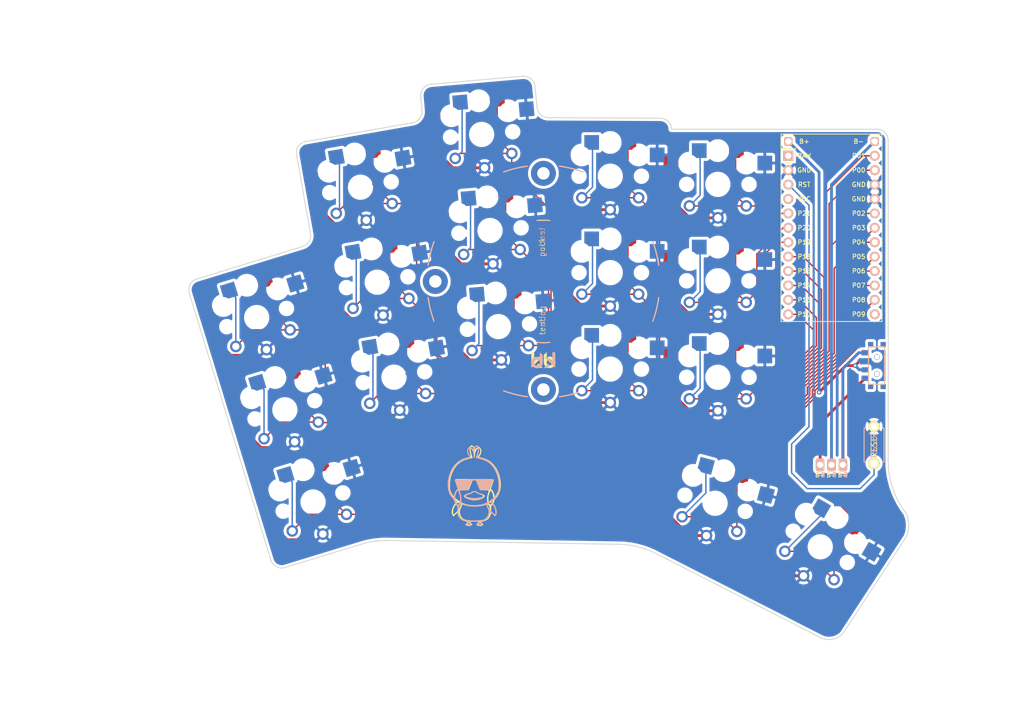
<source format=kicad_pcb>
(kicad_pcb (version 20211014) (generator pcbnew)
  (title_block (title "board") (rev "v1.0.0") (company "Unknown"))
  (layers (0 "F.Cu" signal) (31 "B.Cu" signal) (34 "B.Paste" user) (35 "F.Paste" user) (36 "B.SilkS" user "B.Silkscreen") (37 "F.SilkS" user "F.Silkscreen") (38 "B.Mask" user) (39 "F.Mask" user) (44 "Edge.Cuts" user))
  (net 0 "")
  (net 1 "P6")
  (net 2 "GND")
  (net 3 "P5")
  (net 4 "P4")
  (net 5 "P3")
  (net 6 "P2")
  (net 7 "P0")
  (net 8 "P1")
  (net 9 "P18")
  (net 10 "P15")
  (net 11 "P14")
  (net 12 "P16")
  (net 13 "P10")
  (net 14 "P19")
  (net 15 "P20")
  (net 16 "P21")
  (net 17 "P7")
  (net 18 "P8")
  (net 19 "P9")
  (net 20 "RAW")
  (net 21 "RST")
  (net 22 "VCC")
  (net 23 "Bplus")
  (net 24 "Bminus")
  (net 25 "Braw")
  (footprint "E73:SPDT_C128955" (layer "F.Cu") (at 162.411087 -73.316483 -90)
    (fp_text reference "T1" hide)
    (fp_text value "" hide)
  )
  (footprint "lib:bat" (layer "F.Cu") (at 154.411087 -55.816483)
    (fp_text reference "PAD1" hide)
    (fp_text value "" hide)
  )
  (footprint "kbd:ResetSW" (layer "F.Cu") (at 161.911087 -59.316483 -90)
    (fp_text reference "B1" hide)
    (fp_text value "")
  )
  (footprint "PG1350" (layer "F.Cu") (at 71.38711 -104.745067 10)
    (fp_text reference "S11" hide)
    (fp_text value "" hide)
  )
  (footprint "PG1350" (layer "F.Cu") (at 152.428645 -41.360213 150)
    (fp_text reference "S34" hide)
    (fp_text value "" hide)
  )
  (footprint "PG1350" (layer "F.Cu") (at 94.221643 -97.114167 5)
    (fp_text reference "S15" hide)
    (fp_text value "" hide)
  )
  (footprint "PG1350" (layer "F.Cu") (at 115.411087 -89.686017)
    (fp_text reference "S21" hide)
    (fp_text value "" hide)
  )
  (footprint "PG1350" (layer "F.Cu") (at 77.291148 -71.261603 -170)
    (fp_text reference "S8" hide)
    (fp_text value "" hide)
  )
  (footprint "PG1350" (layer "F.Cu") (at 95.703291 -80.178857 -175)
    (fp_text reference "S14" hide)
    (fp_text value "" hide)
  )
  (footprint "PG1350" (layer "F.Cu") (at 115.411087 -72.686017 180)
    (fp_text reference "S20" hide)
    (fp_text value "" hide)
  )
  (footprint "PG1350" (layer "F.Cu") (at 134.377759 -88.246289 180)
    (fp_text reference "S28" hide)
    (fp_text value "" hide)
  )
  (footprint "PG1350" (layer "F.Cu") (at 134.377759 -71.246289 180)
    (fp_text reference "S26" hide)
    (fp_text value "" hide)
  )
  (footprint "PG1350" (layer "F.Cu") (at 134.377759 -105.246289)
    (fp_text reference "S29" hide)
    (fp_text value "" hide)
  )
  (footprint "LOGO" (layer "F.Cu") (at 91.44 -50.8)
    (fp_text reference "G***" hide)
    (fp_text value "LOGO" hide)
  )
  (footprint "PG1350" (layer "F.Cu") (at 152.428645 -41.360213 -30)
    (fp_text reference "S33" hide)
    (fp_text value "" hide)
  )
  (footprint "PG1350" (layer "F.Cu") (at 77.291148 -71.261603 10)
    (fp_text reference "S7" hide)
    (fp_text value "" hide)
  )
  (footprint "PG1350" (layer "F.Cu") (at 63.029681 -49.257181 -163)
    (fp_text reference "S2" hide)
    (fp_text value "" hide)
  )
  (footprint "E73:SPDT_C128955" (layer "F.Cu") (at 162.411087 -73.316483 -90)
    (fp_text reference "T2" hide)
    (fp_text value "" hide)
  )
  (footprint "PG1350" (layer "F.Cu") (at 63.029681 -49.257181 17)
    (fp_text reference "S1" hide)
    (fp_text value "" hide)
  )
  (footprint "PG1350" (layer "F.Cu") (at 53.089043 -81.771543 17)
    (fp_text reference "S5" hide)
    (fp_text value "" hide)
  )
  (footprint "PG1350" (layer "F.Cu") (at 134.377759 -88.246289)
    (fp_text reference "S27" hide)
    (fp_text value "" hide)
  )
  (footprint "PG1350" (layer "F.Cu") (at 74.339129 -88.003335 10)
    (fp_text reference "S9" hide)
    (fp_text value "" hide)
  )
  (footprint "PG1350" (layer "F.Cu") (at 94.221643 -97.114167 -175)
    (fp_text reference "S16" hide)
    (fp_text value "" hide)
  )
  (footprint "PG1350" (layer "F.Cu") (at 134.377759 -105.246289 180)
    (fp_text reference "S30" hide)
    (fp_text value "" hide)
  )
  (footprint "PG1350" (layer "F.Cu") (at 95.703291 -80.178857 5)
    (fp_text reference "S13" hide)
    (fp_text value "" hide)
  )
  (footprint "PG1350" (layer "F.Cu") (at 115.411087 -106.686017 180)
    (fp_text reference "S24" hide)
    (fp_text value "" hide)
  )
  (footprint "PG1350" (layer "F.Cu") (at 92.739996 -114.049477 5)
    (fp_text reference "S17" hide)
    (fp_text value "" hide)
  )
  (footprint "PG1350" (layer "F.Cu") (at 58.059362 -65.514362 -163)
    (fp_text reference "S4" hide)
    (fp_text value "" hide)
  )
  (footprint "PG1350" (layer "F.Cu") (at 74.339129 -88.003335 -170)
    (fp_text reference "S10" hide)
    (fp_text value "" hide)
  )
  (footprint "kbd:Tenting_Puck2" (layer "F.Cu") (at 103.632 -88.138)
    (fp_text reference "REF**")
    (fp_text value "Tenting Puck")
  )
  (footprint "PG1350" (layer "F.Cu") (at 115.411087 -89.686017 180)
    (fp_text reference "S22" hide)
    (fp_text value "" hide)
  )
  (footprint "PG1350" (layer "F.Cu") (at 133.891046 -49.038738 -15)
    (fp_text reference "S31" hide)
    (fp_text value "" hide)
  )
  (footprint "ProMicro" (layer "F.Cu") (at 154.411087 -96.316483 -90)
    (fp_text reference "MCU1" hide)
    (fp_text value "" hide)
  )
  (footprint "PG1350" (layer "F.Cu") (at 58.059362 -65.514362 17)
    (fp_text reference "S3" hide)
    (fp_text value "" hide)
  )
  (footprint "PG1350" (layer "F.Cu") (at 133.891046 -49.038738 165)
    (fp_text reference "S32" hide)
    (fp_text value "" hide)
  )
  (footprint "PG1350" (layer "F.Cu") (at 71.38711 -104.745067 -170)
    (fp_text reference "S12" hide)
    (fp_text value "" hide)
  )
  (footprint "PG1350" (layer "F.Cu") (at 115.411087 -106.686017)
    (fp_text reference "S23" hide)
    (fp_text value "" hide)
  )
  (footprint "PG1350" (layer "F.Cu") (at 134.377759 -71.246289)
    (fp_text reference "S25" hide)
    (fp_text value "" hide)
  )
  (footprint "PG1350" (layer "F.Cu") (at 53.089043 -81.771543 -163)
    (fp_text reference "S6" hide)
    (fp_text value "" hide)
  )
  (footprint "PG1350" (layer "F.Cu") (at 115.411087 -72.686017)
    (fp_text reference "S19" hide)
    (fp_text value "" hide)
  )
  (footprint "PG1350" (layer "F.Cu") (at 92.739996 -114.049477 -175)
    (fp_text reference "S18" hide)
    (fp_text value "" hide)
  )
  (footprint "LOGO" (layer "B.Cu") (at 91.44 -50.8 180)
    (fp_text reference "G***" hide)
    (fp_text value "LOGO" hide)
  )
  (gr_arc (start 104.509588 -117.005368) (mid 103.158397 -117.530806) (end 102.517198 -118.831058) (layer "Edge.Cuts") (width 0.15))
  (gr_arc (start 82.233091 -118.259454) (mid 81.827408 -116.867619) (end 80.587997 -116.115527) (layer "Edge.Cuts") (width 0.15))
  (gr_arc (start 167.528587 -47.330455) (mid 168.024672 -45.267049) (end 167.64 -43.18) (layer "Edge.Cuts") (width 0.15))
  (gr_arc (start 167.528587 -47.330455) (mid 165.211835 -51.649611) (end 164.411087 -56.485027) (layer "Edge.Cuts") (width 0.15))
  (gr_line (start 60.120825 -110.475759) (end 62.576774 -96.547382) (layer "Edge.Cuts") (width 0.15))
  (gr_line (start 116.922394 -41.80264) (end 76.148965 -42.467382) (layer "Edge.Cuts") (width 0.15))
  (gr_line (start 83.834124 -122.906984) (end 99.972478 -124.318907) (layer "Edge.Cuts") (width 0.15))
  (gr_arc (start 58.09038 -37.708445) (mid 56.566694 -37.855159) (end 55.593028 -39.036311) (layer "Edge.Cuts") (width 0.15))
  (gr_line (start 58.090381 -37.708444) (end 71.518873 -41.813947) (layer "Edge.Cuts") (width 0.15))
  (gr_line (start 126.206535 -114.966483) (end 144.510462 -114.966483) (layer "Edge.Cuts") (width 0.15))
  (gr_line (start 162.411087 -114.966483) (end 144.510462 -114.966483) (layer "Edge.Cuts") (width 0.15))
  (gr_line (start 104.509588 -117.005368) (end 124.20716 -116.916483) (layer "Edge.Cuts") (width 0.15))
  (gr_arc (start 71.518873 -41.813947) (mid 73.8083 -42.322192) (end 76.148965 -42.467382) (layer "Edge.Cuts") (width 0.15))
  (gr_line (start 41.20834 -86.086505) (end 55.593028 -39.036311) (layer "Edge.Cuts") (width 0.15))
  (gr_arc (start 99.972478 -124.318908) (mid 101.432366 -123.858608) (end 102.139179 -122.500829) (layer "Edge.Cuts") (width 0.15))
  (gr_arc (start 60.120826 -110.475759) (mid 60.452137 -111.970208) (end 61.743144 -112.792671) (layer "Edge.Cuts") (width 0.15))
  (gr_line (start 156.354214 -25.985787) (end 167.64 -43.18) (layer "Edge.Cuts") (width 0.15))
  (gr_arc (start 116.922394 -41.80264) (mid 120.439885 -41.325215) (end 123.746692 -40.034594) (layer "Edge.Cuts") (width 0.15))
  (gr_line (start 152.4 -25.4) (end 123.746692 -40.034594) (layer "Edge.Cuts") (width 0.15))
  (gr_arc (start 124.20716 -116.916483) (mid 125.603587 -116.348269) (end 126.206535 -114.966483) (layer "Edge.Cuts") (width 0.15))
  (gr_arc (start 156.354214 -25.985787) (mid 154.473897 -25.039536) (end 152.4 -25.4) (layer "Edge.Cuts") (width 0.15))
  (gr_arc (start 41.208341 -86.086504) (mid 41.355055 -87.61019) (end 42.536206 -88.583857) (layer "Edge.Cuts") (width 0.15))
  (gr_line (start 102.139179 -122.500829) (end 102.517198 -118.831058) (layer "Edge.Cuts") (width 0.15))
  (gr_line (start 61.743144 -112.792671) (end 80.587997 -116.115527) (layer "Edge.Cuts") (width 0.15))
  (gr_arc (start 62.576773 -96.547382) (mid 62.312438 -95.155089) (end 61.191902 -94.287476) (layer "Edge.Cuts") (width 0.15))
  (gr_arc (start 82.016046 -120.740284) (mid 82.476347 -122.20017) (end 83.834124 -122.906984) (layer "Edge.Cuts") (width 0.15))
  (gr_line (start 42.536206 -88.583857) (end 61.191902 -94.287476) (layer "Edge.Cuts") (width 0.15))
  (gr_line (start 82.23309 -118.259454) (end 82.016046 -120.740283) (layer "Edge.Cuts") (width 0.15))
  (gr_arc (start 162.411087 -114.966483) (mid 163.825301 -114.380697) (end 164.411087 -112.966483) (layer "Edge.Cuts") (width 0.15))
  (gr_line (start 164.411087 -56.485027) (end 164.411087 -112.966483) (layer "Edge.Cuts") (width 0.15))
  (segment (start 100.451896 -63.709044) (end 106.9945 -63.709044) (width 0.25) (layer "F.Cu") (net 1))
  (segment (start 62.282887 -47.085081) (end 59.35917 -44.161364) (width 0.25) (layer "F.Cu") (net 1))
  (segment (start 124.951827 -58.555281) (end 141.103842 -58.555281) (width 0.25) (layer "F.Cu") (net 1))
  (segment (start 141.103842 -58.555281) (end 150.598649 -68.050085) (width 0.25) (layer "F.Cu") (net 1))
  (segment (start 73.195513 -48.294415) (end 73.195513 -54.92577) (width 0.25) (layer "F.Cu") (net 1))
  (segment (start 160.324483 -89.966483) (end 162.031087 -89.966483) (width 0.25) (layer "F.Cu") (net 1))
  (segment (start 68.922217 -47.085081) (end 62.282887 -47.085081) (width 0.25) (layer "F.Cu") (net 1))
  (segment (start 109.746036 -60.957509) (end 122.549599 -60.957509) (width 0.25) (layer "F.Cu") (net 1))
  (segment (start 150.598649 -68.050085) (end 150.598649 -69.277899) (width 0.25) (layer "F.Cu") (net 1))
  (segment (start 68.922217 -47.085081) (end 71.986179 -47.085081) (width 0.25) (layer "F.Cu") (net 1))
  (segment (start 150.598649 -69.277899) (end 156.23304 -74.91229) (width 0.25) (layer "F.Cu") (net 1))
  (segment (start 156.23304 -74.91229) (end 156.23304 -85.87504) (width 0.25) (layer "F.Cu") (net 1))
  (segment (start 73.195513 -54.92577) (end 88.342619 -70.072876) (width 0.25) (layer "F.Cu") (net 1))
  (segment (start 106.9945 -63.709044) (end 109.746036 -60.957509) (width 0.25) (layer "F.Cu") (net 1))
  (segment (start 94.088064 -70.072876) (end 100.451896 -63.709044) (width 0.25) (layer "F.Cu") (net 1))
  (segment (start 71.986179 -47.085081) (end 73.195513 -48.294415) (width 0.25) (layer "F.Cu") (net 1))
  (segment (start 156.23304 -85.87504) (end 160.324483 -89.966483) (width 0.25) (layer "F.Cu") (net 1))
  (segment (start 122.549599 -60.957509) (end 124.951827 -58.555281) (width 0.25) (layer "F.Cu") (net 1))
  (segment (start 88.342619 -70.072876) (end 94.088064 -70.072876) (width 0.25) (layer "F.Cu") (net 1))
  (segment (start 64.421967 -55.904712) (end 64.421967 -51.585331) (width 0.25) (layer "F.Cu") (net 1))
  (segment (start 64.421967 -51.585331) (end 68.922217 -47.085081) (width 0.25) (layer "F.Cu") (net 1))
  (segment (start 58.158171 -53.989677) (end 59.35917 -52.788678) (width 0.25) (layer "B.Cu") (net 1))
  (segment (start 59.35917 -52.788678) (end 59.35917 -44.161364) (width 0.25) (layer "B.Cu") (net 1))
  (segment (start 53.878684 -58.856165) (end 49.049546 -63.685303) (width 0.5) (layer "F.Cu") (net 2))
  (segment (start 90.637192 -74.301308) (end 87.132946 -77.805554) (width 0.5) (layer "F.Cu") (net 2))
  (segment (start 129.405212 -65.346289) (end 126.102759 -68.648742) (width 0.5) (layer "F.Cu") (net 2))
  (segment (start 87.673897 -108.171928) (end 84.169651 -111.676174) (width 0.5) (layer "F.Cu") (net 2))
  (segment (start 67.206698 -97.918702) (end 62.586645 -102.538755) (width 0.5) (layer "F.Cu") (net 2))
  (segment (start 132.364014 -43.339776) (end 129.327896 -43.339776) (width 0.5) (layer "F.Cu") (net 2))
  (segment (start 108.15356 -68.448217) (end 108.15356 -75.418544) (width 0.5) (layer "F.Cu") (net 2))
  (segment (start 126.102759 -85.648742) (end 126.102759 -91.996289) (width 0.5) (layer "F.Cu") (net 2))
  (segment (start 125.807135 -53.741241) (end 126.868581 -54.802687) (width 0.5) (layer "F.Cu") (net 2))
  (segment (start 134.377759 -82.346289) (end 129.405212 -82.346289) (width 0.5) (layer "F.Cu") (net 2))
  (segment (start 77.408189 -64.543754) (end 71.255898 -64.543754) (width 0.5) (layer "F.Cu") (net 2))
  (segment (start 84.169651 -111.676174) (end 84.169651 -117.063993) (width 0.5) (layer "F.Cu") (net 2))
  (segment (start 96.21751 -74.301308) (end 90.637192 -74.301308) (width 0.5) (layer "F.Cu") (net 2))
  (segment (start 70.08003 -81.17697) (end 65.538664 -85.718336) (width 0.5) (layer "F.Cu") (net 2))
  (segment (start 144.4244 -39.868068) (end 144.4244 -46.032423) (width 0.5) (layer "F.Cu") (net 2))
  (segment (start 59.784355 -59.872164) (end 58.768356 -58.856165) (width 0.5) (layer "F.Cu") (net 2))
  (segment (start 54.019865 -47.072135) (end 54.019865 -50.423948) (width 0.5) (layer "F.Cu") (net 2))
  (segment (start 126.102759 -102.648742) (end 126.102759 -108.996289) (width 0.5) (layer "F.Cu") (net 2))
  (segment (start 129.327896 -43.339776) (end 125.807135 -46.860537) (width 0.5) (layer "F.Cu") (net 2))
  (segment (start 109.81576 -66.786017) (end 108.15356 -68.448217) (width 0.5) (layer "F.Cu") (net 2))
  (segment (start 93.254215 -108.171928) (end 87.673897 -108.171928) (width 0.5) (layer "F.Cu") (net 2))
  (segment (start 72.411634 -98.934701) (end 71.395635 -97.918702) (width 0.5) (layer "F.Cu") (net 2))
  (segment (start 44.079227 -79.593373) (end 44.079227 -82.93831) (width 0.5) (layer "F.Cu") (net 2))
  (segment (start 64.754674 -43.614983) (end 63.738675 -42.598984) (width 0.5) (layer "F.Cu") (net 2))
  (segment (start 129.405212 -99.346289) (end 126.102759 -102.648742) (width 0.5) (layer "F.Cu") (net 2))
  (segment (start 107.136087 -103.216201) (end 107.136087 -110.436017) (width 0.5) (layer "F.Cu") (net 2))
  (segment (start 115.411087 -100.786017) (end 109.566271 -100.786017) (width 0.5) (layer "F.Cu") (net 2))
  (segment (start 110.43854 -83.786017) (end 107.136087 -87.08847) (width 0.5) (layer "F.Cu") (net 2))
  (segment (start 144.4244 -46.032423) (end 147.137285 -48.745308) (width 0.5) (layer "F.Cu") (net 2))
  (segment (start 148.041805 -36.250663) (end 144.4244 -39.868068) (width 0.5) (layer "F.Cu") (net 2))
  (segment (start 129.405212 -82.346289) (end 126.102759 -85.648742) (width 0.5) (layer "F.Cu") (net 2))
  (segment (start 62.586645 -102.538755) (end 62.586645 -107.001157) (width 0.5) (layer "F.Cu") (net 2))
  (segment (start 115.411087 -83.786017) (end 110.43854 -83.786017) (width 0.5) (layer "F.Cu") (net 2))
  (segment (start 58.493016 -42.598984) (end 54.019865 -47.072135) (width 0.5) (layer "F.Cu") (net 2))
  (segment (start 126.102759 -68.648742) (end 126.102759 -74.996289) (width 0.5) (layer "F.Cu") (net 2))
  (segment (start 85.651298 -94.740864) (end 85.651298 -100.128683) (width 0.5) (layer "F.Cu") (net 2))
  (segment (start 107.136087 -87.08847) (end 107.136087 -93.436017) (width 0.5) (layer "F.Cu") (net 2))
  (segment (start 115.411087 -66.786017) (end 109.81576 -66.786017) (width 0.5) (layer "F.Cu") (net 2))
  (segment (start 109.566271 -100.786017) (end 107.136087 -103.216201) (width 0.5) (layer "F.Cu") (net 2))
  (segment (start 134.377759 -65.346289) (end 129.405212 -65.346289) (width 0.5) (layer "F.Cu") (net 2))
  (segment (start 87.132946 -77.805554) (end 87.132946 -83.193373) (width 0.5) (layer "F.Cu") (net 2))
  (segment (start 125.807135 -46.860537) (end 125.807135 -53.741241) (width 0.5) (layer "F.Cu") (net 2))
  (segment (start 58.768356 -58.856165) (end 53.878684 -58.856165) (width 0.5) (layer "F.Cu") (net 2))
  (segment (start 63.738675 -42.598984) (end 58.493016 -42.598984) (width 0.5) (layer "F.Cu") (net 2))
  (segment (start 53.798037 -75.113346) (end 48.559254 -75.113346) (width 0.5) (layer "F.Cu") (net 2))
  (segment (start 48.559254 -75.113346) (end 44.079227 -79.593373) (width 0.5) (layer "F.Cu") (net 2))
  (segment (start 134.377759 -99.346289) (end 129.405212 -99.346289) (width 0.5) (layer "F.Cu") (net 2))
  (segment (start 49.049546 -63.685303) (end 49.049546 -66.681129) (width 0.5) (layer "F.Cu") (net 2))
  (segment (start 75.363653 -82.192969) (end 74.347654 -81.17697) (width 0.5) (layer "F.Cu") (net 2))
  (segment (start 94.735862 -91.236618) (end 89.155544 -91.236618) (width 0.5) (layer "F.Cu") (net 2))
  (segment (start 149.478645 -36.250663) (end 148.041805 -36.250663) (width 0.5) (layer "F.Cu") (net 2))
  (segment (start 74.347654 -81.17697) (end 70.08003 -81.17697) (width 0.5) (layer "F.Cu") (net 2))
  (segment (start 71.255898 -64.543754) (end 68.490683 -67.308969) (width 0.5) (layer "F.Cu") (net 2))
  (segment (start 54.814036 -76.129345) (end 53.798037 -75.113346) (width 0.5) (layer "F.Cu") (net 2))
  (segment (start 78.315672 -65.451237) (end 77.408189 -64.543754) (width 0.5) (layer "F.Cu") (net 2))
  (segment (start 89.155544 -91.236618) (end 85.651298 -94.740864) (width 0.5) (layer "F.Cu") (net 2))
  (segment (start 65.538664 -85.718336) (end 65.538664 -90.259425) (width 0.5) (layer "F.Cu") (net 2))
  (segment (start 68.490683 -67.308969) (end 68.490683 -73.517693) (width 0.5) (layer "F.Cu") (net 2))
  (segment (start 71.395635 -97.918702) (end 67.206698 -97.918702) (width 0.5) (layer "F.Cu") (net 2))
  (segment (start 155.78352 -75.098488) (end 155.78352 -86.258916) (width 0.25) (layer "F.Cu") (net 3))
  (segment (start 150.149129 -68.236283) (end 150.149129 -69.464097) (width 0.25) (layer "F.Cu") (net 3))
  (segment (start 59.451648 -67.842512) (end 63.951898 -63.342262) (width 0.25) (layer "F.Cu") (net 3))
  (segment (start 63.951898 -63.342262) (end 64.033884 -63.260276) (width 0.25) (layer "F.Cu") (net 3))
  (segment (start 122.735796 -61.407029) (end 125.138028 -59.0048) (width 0.25) (layer "F.Cu") (net 3))
  (segment (start 80.894301 -63.260276) (end 88.156421 -70.522396) (width 0.25) (layer "F.Cu") (net 3))
  (segment (start 100.638093 -64.158564) (end 107.180698 -64.158564) (width 0.25) (layer "F.Cu") (net 3))
  (segment (start 155.78352 -86.258916) (end 162.031087 -92.506483) (width 0.25) (layer "F.Cu") (net 3))
  (segment (start 150.149129 -69.464097) (end 155.78352 -75.098488) (width 0.25) (layer "F.Cu") (net 3))
  (segment (start 109.932233 -61.407029) (end 122.735796 -61.407029) (width 0.25) (layer "F.Cu") (net 3))
  (segment (start 88.156421 -70.522396) (end 94.274261 -70.522396) (width 0.25) (layer "F.Cu") (net 3))
  (segment (start 63.951898 -63.342262) (end 57.312568 -63.342262) (width 0.25) (layer "F.Cu") (net 3))
  (segment (start 57.312568 -63.342262) (end 54.388851 -60.418545) (width 0.25) (layer "F.Cu") (net 3))
  (segment (start 125.138028 -59.0048) (end 140.917644 -59.0048) (width 0.25) (layer "F.Cu") (net 3))
  (segment (start 64.033884 -63.260276) (end 80.894301 -63.260276) (width 0.25) (layer "F.Cu") (net 3))
  (segment (start 107.180698 -64.158564) (end 109.932233 -61.407029) (width 0.25) (layer "F.Cu") (net 3))
  (segment (start 141.180966 -59.268123) (end 150.149129 -68.236283) (width 0.25) (layer "F.Cu") (net 3))
  (segment (start 59.451648 -72.161893) (end 59.451648 -67.842512) (width 0.25) (layer "F.Cu") (net 3))
  (segment (start 94.274261 -70.522396) (end 100.638093 -64.158564) (width 0.25) (layer "F.Cu") (net 3))
  (segment (start 140.917644 -59.0048) (end 141.180966 -59.268123) (width 0.25) (layer "F.Cu") (net 3))
  (segment (start 53.187852 -70.246858) (end 54.388851 -69.045859) (width 0.25) (layer "B.Cu") (net 3))
  (segment (start 54.388851 -69.045859) (end 54.388851 -60.418545) (width 0.25) (layer "B.Cu") (net 3))
  (segment (start 58.981579 -79.599443) (end 52.342249 -79.599443) (width 0.25) (layer "F.Cu") (net 4))
  (segment (start 54.481329 -88.419074) (end 54.481329 -84.099693) (width 0.25) (layer "F.Cu") (net 4))
  (segment (start 87.970223 -70.971916) (end 94.460457 -70.971916) (width 0.25) (layer "F.Cu") (net 4))
  (segment (start 52.342249 -79.599443) (end 49.418532 -76.675726) (width 0.25) (layer "F.Cu") (net 4))
  (segment (start 54.481329 -84.099693) (end 58.981579 -79.599443) (width 0.25) (layer "F.Cu") (net 4))
  (segment (start 69.665604 -63.709796) (end 80.708103 -63.709796) (width 0.25) (layer "F.Cu") (net 4))
  (segment (start 140.731446 -59.45432) (end 149.699609 -68.422481) (width 0.25) (layer "F.Cu") (net 4))
  (segment (start 125.324225 -59.45432) (end 140.731446 -59.45432) (width 0.25) (layer "F.Cu") (net 4))
  (segment (start 65.1764 -68.199) (end 69.665604 -63.709796) (width 0.25) (layer "F.Cu") (net 4))
  (segment (start 100.82429 -64.608084) (end 107.366895 -64.608084) (width 0.25) (layer "F.Cu") (net 4))
  (segment (start 160.146683 -95.046483) (end 162.031087 -95.046483) (width 0.25) (layer "F.Cu") (net 4))
  (segment (start 155.334 -90.2338) (end 160.146683 -95.046483) (width 0.25) (layer "F.Cu") (net 4))
  (segment (start 149.699609 -68.422481) (end 149.699609 -69.650295) (width 0.25) (layer "F.Cu") (net 4))
  (segment (start 149.699609 -69.650295) (end 155.334 -75.284686) (width 0.25) (layer "F.Cu") (net 4))
  (segment (start 155.334 -75.284686) (end 155.334 -90.2338) (width 0.25) (layer "F.Cu") (net 4))
  (segment (start 94.460457 -70.971916) (end 100.82429 -64.608084) (width 0.25) (layer "F.Cu") (net 4))
  (segment (start 107.366895 -64.608084) (end 110.11843 -61.856549) (width 0.25) (layer "F.Cu") (net 4))
  (segment (start 122.921994 -61.856549) (end 125.324225 -59.45432) (width 0.25) (layer "F.Cu") (net 4))
  (segment (start 61.700757 -79.599443) (end 65.1764 -76.1238) (width 0.25) (layer "F.Cu") (net 4))
  (segment (start 58.981579 -79.599443) (end 61.700757 -79.599443) (width 0.25) (layer "F.Cu") (net 4))
  (segment (start 110.11843 -61.856549) (end 122.921994 -61.856549) (width 0.25) (layer "F.Cu") (net 4))
  (segment (start 80.708103 -63.709796) (end 87.970223 -70.971916) (width 0.25) (layer "F.Cu") (net 4))
  (segment (start 65.1764 -76.1238) (end 65.1764 -68.199) (width 0.25) (layer "F.Cu") (net 4))
  (segment (start 48.217533 -86.504039) (end 49.418532 -85.30304) (width 0.25) (layer "B.Cu") (net 4))
  (segment (start 49.418532 -85.30304) (end 49.418532 -76.675726) (width 0.25) (layer "B.Cu") (net 4))
  (segment (start 87.784025 -71.421436) (end 94.646655 -71.421436) (width 0.25) (layer "F.Cu") (net 5))
  (segment (start 107.553091 -65.057604) (end 110.304627 -62.306069) (width 0.25) (layer "F.Cu") (net 5))
  (segment (start 125.510422 -59.90384) (end 140.545249 -59.90384) (width 0.25) (layer "F.Cu") (net 5))
  (segment (start 94.646655 -71.421436) (end 101.010487 -65.057604) (width 0.25) (layer "F.Cu") (net 5))
  (segment (start 84.750163 -68.387574) (end 87.784025 -71.421436) (width 0.25) (layer "F.Cu") (net 5))
  (segment (start 123.108192 -62.306069) (end 125.510422 -59.90384) (width 0.25) (layer "F.Cu") (net 5))
  (segment (start 101.010487 -65.057604) (end 107.553091 -65.057604) (width 0.25) (layer "F.Cu") (net 5))
  (segment (start 110.304627 -62.306069) (end 123.108192 -62.306069) (width 0.25) (layer "F.Cu") (net 5))
  (segment (start 140.545249 -59.90384) (end 149.250089 -68.608679) (width 0.25) (layer "F.Cu") (net 5))
  (segment (start 149.250089 -69.836493) (end 154.88448 -75.470884) (width 0.25) (layer "F.Cu") (net 5))
  (segment (start 79.483187 -71.779437) (end 82.87505 -68.387574) (width 0.25) (layer "F.Cu") (net 5))
  (segment (start 149.250089 -68.608679) (end 149.250089 -69.836493) (width 0.25) (layer "F.Cu") (net 5))
  (segment (start 82.87505 -68.387574) (end 74.763453 -68.387574) (width 0.25) (layer "F.Cu") (net 5))
  (segment (start 79.483187 -77.689907) (end 79.483187 -71.779437) (width 0.25) (layer "F.Cu") (net 5))
  (segment (start 154.88448 -75.470884) (end 154.88448 -90.439876) (width 0.25) (layer "F.Cu") (net 5))
  (segment (start 74.763453 -68.387574) (end 73.026972 -66.651093) (width 0.25) (layer "F.Cu") (net 5))
  (segment (start 154.88448 -90.439876) (end 162.031087 -97.586483) (width 0.25) (layer "F.Cu") (net 5))
  (segment (start 82.87505 -68.387574) (end 84.750163 -68.387574) (width 0.25) (layer "F.Cu") (net 5))
  (segment (start 73.59045 -67.214571) (end 73.026972 -66.651093) (width 0.25) (layer "B.Cu") (net 5))
  (segment (start 73.032696 -76.552511) (end 73.59045 -75.994757) (width 0.25) (layer "B.Cu") (net 5))
  (segment (start 73.59045 -75.994757) (end 73.59045 -67.214571) (width 0.25) (layer "B.Cu") (net 5))
  (segment (start 79.923031 -85.129306) (end 84.38648 -80.665857) (width 0.25) (layer "F.Cu") (net 6))
  (segment (start 154.43496 -75.657082) (end 154.43496 -94.49096) (width 0.25) (layer "F.Cu") (net 6))
  (segment (start 123.29439 -62.755589) (end 125.696619 -60.35336) (width 0.25) (layer "F.Cu") (net 6))
  (segment (start 76.531168 -88.521169) (end 79.923031 -85.129306) (width 0.25) (layer "F.Cu") (net 6))
  (segment (start 94.825885 -71.903925) (end 101.205135 -65.524675) (width 0.25) (layer "F.Cu") (net 6))
  (segment (start 154.43496 -94.49096) (end 160.070483 -100.126483) (width 0.25) (layer "F.Cu") (net 6))
  (segment (start 76.531168 -94.431639) (end 76.531168 -88.521169) (width 0.25) (layer "F.Cu") (net 6))
  (segment (start 110.490824 -62.755589) (end 123.29439 -62.755589) (width 0.25) (layer "F.Cu") (net 6))
  (segment (start 84.649803 -75.090081) (end 87.835959 -71.903925) (width 0.25) (layer "F.Cu") (net 6))
  (segment (start 101.205135 -65.524675) (end 107.721738 -65.524675) (width 0.25) (layer "F.Cu") (net 6))
  (segment (start 160.070483 -100.126483) (end 162.031087 -100.126483) (width 0.25) (layer "F.Cu") (net 6))
  (segment (start 84.38648 -75.353403) (end 84.649803 -75.090081) (width 0.25) (layer "F.Cu") (net 6))
  (segment (start 79.923031 -85.129306) (end 71.811434 -85.129306) (width 0.25) (layer "F.Cu") (net 6))
  (segment (start 125.696619 -60.35336) (end 140.359052 -60.35336) (width 0.25) (layer "F.Cu") (net 6))
  (segment (start 84.38648 -80.665857) (end 84.38648 -75.353403) (width 0.25) (layer "F.Cu") (net 6))
  (segment (start 148.800569 -70.022691) (end 154.43496 -75.657082) (width 0.25) (layer "F.Cu") (net 6))
  (segment (start 107.721738 -65.524675) (end 110.490824 -62.755589) (width 0.25) (layer "F.Cu") (net 6))
  (segment (start 71.811434 -85.129306) (end 70.074953 -83.392825) (width 0.25) (layer "F.Cu") (net 6))
  (segment (start 148.800569 -68.794877) (end 148.800569 -70.022691) (width 0.25) (layer "F.Cu") (net 6))
  (segment (start 140.359052 -60.35336) (end 148.800569 -68.794877) (width 0.25) (layer "F.Cu") (net 6))
  (segment (start 87.835959 -71.903925) (end 94.825885 -71.903925) (width 0.25) (layer "F.Cu") (net 6))
  (segment (start 70.638431 -83.956303) (end 70.074953 -83.392825) (width 0.25) (layer "B.Cu") (net 6))
  (segment (start 70.638431 -92.736489) (end 70.638431 -83.956303) (width 0.25) (layer "B.Cu") (net 6))
  (segment (start 70.080677 -93.294243) (end 70.638431 -92.736489) (width 0.25) (layer "B.Cu") (net 6))
  (segment (start 68.859415 -101.871038) (end 67.122934 -100.134557) (width 0.25) (layer "F.Cu") (net 7))
  (segment (start 148.351049 -70.208889) (end 153.98544 -75.84328) (width 0.25) (layer "F.Cu") (net 7))
  (segment (start 88.022156 -72.353445) (end 95.012082 -72.353445) (width 0.25) (layer "F.Cu") (net 7))
  (segment (start 153.98544 -75.84328) (end 153.98544 -101.83924) (width 0.25) (layer "F.Cu") (net 7))
  (segment (start 153.98544 -101.83924) (end 159.892683 -107.746483) (width 0.25) (layer "F.Cu") (net 7))
  (segment (start 140.172854 -60.80288) (end 148.351049 -68.981075) (width 0.25) (layer "F.Cu") (net 7))
  (segment (start 84.836 -82.804) (end 84.836 -75.539601) (width 0.25) (layer "F.Cu") (net 7))
  (segment (start 159.892683 -107.746483) (end 162.031087 -107.746483) (width 0.25) (layer "F.Cu") (net 7))
  (segment (start 73.579149 -111.173371) (end 73.579149 -105.262901) (width 0.25) (layer "F.Cu") (net 7))
  (segment (start 81.28 -86.36) (end 84.836 -82.804) (width 0.25) (layer "F.Cu") (net 7))
  (segment (start 84.836 -75.539601) (end 88.022156 -72.353445) (width 0.25) (layer "F.Cu") (net 7))
  (segment (start 125.882816 -60.80288) (end 140.172854 -60.80288) (width 0.25) (layer "F.Cu") (net 7))
  (segment (start 76.971012 -101.871038) (end 68.859415 -101.871038) (width 0.25) (layer "F.Cu") (net 7))
  (segment (start 81.28 -100.1522) (end 81.28 -86.36) (width 0.25) (layer "F.Cu") (net 7))
  (segment (start 95.012082 -72.353445) (end 101.391332 -65.974195) (width 0.25) (layer "F.Cu") (net 7))
  (segment (start 101.391332 -65.974195) (end 107.907934 -65.974195) (width 0.25) (layer "F.Cu") (net 7))
  (segment (start 110.677021 -63.205109) (end 123.480587 -63.205109) (width 0.25) (layer "F.Cu") (net 7))
  (segment (start 123.480587 -63.205109) (end 125.882816 -60.80288) (width 0.25) (layer "F.Cu") (net 7))
  (segment (start 76.971012 -101.871038) (end 79.561162 -101.871038) (width 0.25) (layer "F.Cu") (net 7))
  (segment (start 73.579149 -105.262901) (end 76.971012 -101.871038) (width 0.25) (layer "F.Cu") (net 7))
  (segment (start 148.351049 -68.981075) (end 148.351049 -70.208889) (width 0.25) (layer "F.Cu") (net 7))
  (segment (start 107.907934 -65.974195) (end 110.677021 -63.205109) (width 0.25) (layer "F.Cu") (net 7))
  (segment (start 79.561162 -101.871038) (end 81.28 -100.1522) (width 0.25) (layer "F.Cu") (net 7))
  (segment (start 67.686412 -100.698035) (end 67.122934 -100.134557) (width 0.25) (layer "B.Cu") (net 7))
  (segment (start 67.128658 -110.035975) (end 67.686412 -109.478221) (width 0.25) (layer "B.Cu") (net 7))
  (segment (start 67.686412 -109.478221) (end 67.686412 -100.698035) (width 0.25) (layer "B.Cu") (net 7))
  (segment (start 104.07916 -75.875058) (end 104.07916 -73.484348) (width 0.25) (layer "F.Cu") (net 8))
  (segment (start 106.680001 -67.837846) (end 110.863218 -63.654629) (width 0.25) (layer "F.Cu") (net 8))
  (segment (start 91.925067 -76.829096) (end 91.053509 -75.957538) (width 0.25) (layer "F.Cu") (net 8))
  (segment (start 147.901529 -70.395087) (end 153.53592 -76.029478) (width 0.25) (layer "F.Cu") (net 8))
  (segment (start 139.986656 -61.2524) (end 147.901529 -69.167273) (width 0.25) (layer "F.Cu") (net 8))
  (segment (start 104.07916 -73.484348) (end 106.68 -70.883508) (width 0.25) (layer "F.Cu") (net 8))
  (segment (start 153.53592 -76.029478) (end 153.53592 -103.92972) (width 0.25) (layer "F.Cu") (net 8))
  (segment (start 101.015456 -76.829096) (end 98.447252 -79.3973) (width 0.25) (layer "F.Cu") (net 8))
  (segment (start 98.447252 -79.3973) (end 98.447252 -86.391651) (width 0.25) (layer "F.Cu") (net 8))
  (segment (start 110.863218 -63.654629) (end 123.666782 -63.654629) (width 0.25) (layer "F.Cu") (net 8))
  (segment (start 159.892683 -110.286483) (end 162.031087 -110.286483) (width 0.25) (layer "F.Cu") (net 8))
  (segment (start 101.015456 -76.829096) (end 101.034038 -76.847678) (width 0.25) (layer "F.Cu") (net 8))
  (segment (start 147.901529 -69.167273) (end 147.901529 -70.395087) (width 0.25) (layer "F.Cu") (net 8))
  (segment (start 103.10654 -76.847678) (end 104.07916 -75.875058) (width 0.25) (layer "F.Cu") (net 8))
  (segment (start 106.68 -70.883508) (end 106.680001 -67.837846) (width 0.25) (layer "F.Cu") (net 8))
  (segment (start 123.666782 -63.654629) (end 126.069013 -61.2524) (width 0.25) (layer "F.Cu") (net 8))
  (segment (start 101.015456 -76.829096) (end 91.925067 -76.829096) (width 0.25) (layer "F.Cu") (net 8))
  (segment (start 126.069013 -61.2524) (end 139.986656 -61.2524) (width 0.25) (layer "F.Cu") (net 8))
  (segment (start 101.034038 -76.847678) (end 103.10654 -76.847678) (width 0.25) (layer "F.Cu") (net 8))
  (segment (start 153.53592 -103.92972) (end 159.892683 -110.286483) (width 0.25) (layer "F.Cu") (net 8))
  (segment (start 92.270004 -77.174033) (end 91.053509 -75.957538) (width 0.25) (layer "B.Cu") (net 8))
  (segment (start 91.922177 -85.82078) (end 92.270004 -85.472953) (width 0.25) (layer "B.Cu") (net 8))
  (segment (start 92.270004 -85.472953) (end 92.270004 -77.174033) (width 0.25) (layer "B.Cu") (net 8))
  (segment (start 153.0864 -76.215676) (end 153.0864 -88.8486) (width 0.25) (layer "F.Cu") (net 9))
  (segment (start 139.800458 -61.70192) (end 147.452009 -69.353471) (width 0.25) (layer "F.Cu") (net 9))
  (segment (start 149.428517 -92.506483) (end 146.791087 -92.506483) (width 0.25) (layer "F.Cu") (net 9))
  (segment (start 111.049416 -64.104149) (end 123.85298 -64.104149) (width 0.25) (layer "F.Cu") (net 9))
  (segment (start 104.52868 -73.670546) (end 107.12952 -71.069706) (width 0.25) (layer "F.Cu") (net 9))
  (segment (start 99.533808 -93.764406) (end 90.443419 -93.764406) (width 0.25) (layer "F.Cu") (net 9))
  (segment (start 147.452009 -70.581285) (end 153.0864 -76.215676) (width 0.25) (layer "F.Cu") (net 9))
  (segment (start 96.965604 -96.33261) (end 99.533808 -93.764406) (width 0.25) (layer "F.Cu") (net 9))
  (segment (start 147.452009 -69.353471) (end 147.452009 -70.581285) (width 0.25) (layer "F.Cu") (net 9))
  (segment (start 104.52868 -88.769534) (end 104.52868 -73.670546) (width 0.25) (layer "F.Cu") (net 9))
  (segment (start 126.25521 -61.70192) (end 139.800458 -61.70192) (width 0.25) (layer "F.Cu") (net 9))
  (segment (start 96.965604 -103.326961) (end 96.965604 -96.33261) (width 0.25) (layer "F.Cu") (net 9))
  (segment (start 107.129521 -68.024044) (end 111.049416 -64.104149) (width 0.25) (layer "F.Cu") (net 9))
  (segment (start 90.443419 -93.764406) (end 89.571861 -92.892848) (width 0.25) (layer "F.Cu") (net 9))
  (segment (start 123.85298 -64.104149) (end 126.25521 -61.70192) (width 0.25) (layer "F.Cu") (net 9))
  (segment (start 153.0864 -88.8486) (end 149.428517 -92.506483) (width 0.25) (layer "F.Cu") (net 9))
  (segment (start 99.533808 -93.764406) (end 104.52868 -88.769534) (width 0.25) (layer "F.Cu") (net 9))
  (segment (start 107.12952 -71.069706) (end 107.129521 -68.024044) (width 0.25) (layer "F.Cu") (net 9))
  (segment (start 90.788356 -94.109343) (end 89.571861 -92.892848) (width 0.25) (layer "B.Cu") (net 9))
  (segment (start 90.440529 -102.75609) (end 90.788356 -102.408263) (width 0.25) (layer "B.Cu") (net 9))
  (segment (start 90.788356 -102.408263) (end 90.788356 -94.109343) (width 0.25) (layer "B.Cu") (net 9))
  (segment (start 152.63688 -76.401874) (end 152.63688 -86.70732) (width 0.25) (layer "F.Cu") (net 10))
  (segment (start 95.483957 -120.262271) (end 95.483957 -113.26792) (width 0.25) (layer "F.Cu") (net 10))
  (segment (start 139.614258 -62.15144) (end 147.002489 -69.539669) (width 0.25) (layer "F.Cu") (net 10))
  (segment (start 147.002489 -70.767483) (end 152.63688 -76.401874) (width 0.25) (layer "F.Cu") (net 10))
  (segment (start 107.579041 -68.210242) (end 111.235614 -64.553669) (width 0.25) (layer "F.Cu") (net 10))
  (segment (start 149.377717 -89.966483) (end 146.791087 -89.966483) (width 0.25) (layer "F.Cu") (net 10))
  (segment (start 104.9782 -73.856744) (end 107.57904 -71.255904) (width 0.25) (layer "F.Cu") (net 10))
  (segment (start 98.052161 -107.541789) (end 104.9782 -100.61575) (width 0.25) (layer "F.Cu") (net 10))
  (segment (start 147.002489 -69.539669) (end 147.002489 -70.767483) (width 0.25) (layer "F.Cu") (net 10))
  (segment (start 88.961772 -110.699716) (end 88.090214 -109.828158) (width 0.25) (layer "F.Cu") (net 10))
  (segment (start 111.235614 -64.553669) (end 124.039178 -64.553669) (width 0.25) (layer "F.Cu") (net 10))
  (segment (start 124.039178 -64.553669) (end 126.441407 -62.15144) (width 0.25) (layer "F.Cu") (net 10))
  (segment (start 104.9782 -100.61575) (end 104.9782 -73.856744) (width 0.25) (layer "F.Cu") (net 10))
  (segment (start 98.052161 -110.699716) (end 88.961772 -110.699716) (width 0.25) (layer "F.Cu") (net 10))
  (segment (start 126.441407 -62.15144) (end 139.614258 -62.15144) (width 0.25) (layer "F.Cu") (net 10))
  (segment (start 152.63688 -86.70732) (end 149.377717 -89.966483) (width 0.25) (layer "F.Cu") (net 10))
  (segment (start 95.483957 -113.26792) (end 98.052161 -110.699716) (width 0.25) (layer "F.Cu") (net 10))
  (segment (start 98.052161 -110.699716) (end 98.052161 -107.541789) (width 0.25) (layer "F.Cu") (net 10))
  (segment (start 107.57904 -71.255904) (end 107.579041 -68.210242) (width 0.25) (layer "F.Cu") (net 10))
  (segment (start 89.306709 -111.044653) (end 88.090214 -109.828158) (width 0.25) (layer "B.Cu") (net 10))
  (segment (start 89.306709 -119.343573) (end 89.306709 -111.044653) (width 0.25) (layer "B.Cu") (net 10))
  (segment (start 88.958882 -119.6914) (end 89.306709 -119.343573) (width 0.25) (layer "B.Cu") (net 10))
  (segment (start 152.18736 -84.31204) (end 152.18736 -76.588072) (width 0.25) (layer "F.Cu") (net 11))
  (segment (start 146.791087 -87.426483) (end 149.072917 -87.426483) (width 0.25) (layer "F.Cu") (net 11))
  (segment (start 149.072917 -87.426483) (end 152.18736 -84.31204) (width 0.25) (layer "F.Cu") (net 11))
  (segment (start 120.411087 -68.886017) (end 110.411087 -68.886017) (width 0.25) (layer "F.Cu") (net 11))
  (segment (start 146.552969 -70.953681) (end 146.552969 -69.725867) (width 0.25) (layer "F.Cu") (net 11))
  (segment (start 118.536566 -78.486496) (end 118.536566 -70.760538) (width 0.25) (layer "F.Cu") (net 11))
  (segment (start 146.552969 -69.725867) (end 139.428061 -62.60096) (width 0.25) (layer "F.Cu") (net 11))
  (segment (start 118.536566 -70.760538) (end 120.411087 -68.886017) (width 0.25) (layer "F.Cu") (net 11))
  (segment (start 118.686087 -78.636017) (end 118.536566 -78.486496) (width 0.25) (layer "F.Cu") (net 11))
  (segment (start 139.428061 -62.60096) (end 126.627605 -62.60096) (width 0.25) (layer "F.Cu") (net 11))
  (segment (start 152.18736 -76.588072) (end 146.552969 -70.953681) (width 0.25) (layer "F.Cu") (net 11))
  (segment (start 126.627605 -62.60096) (end 120.411087 -68.817478) (width 0.25) (layer "F.Cu") (net 11))
  (segment (start 120.411087 -68.817478) (end 120.411087 -68.886017) (width 0.25) (layer "F.Cu") (net 11))
  (segment (start 112.285608 -79.029475) (end 112.285608 -70.760538) (width 0.25) (layer "B.Cu") (net 11))
  (segment (start 112.285608 -70.760538) (end 110.411087 -68.886017) (width 0.25) (layer "B.Cu") (net 11))
  (segment (start 118.536566 -87.760538) (end 120.411087 -85.886017) (width 0.25) (layer "F.Cu") (net 12))
  (segment (start 110.411087 -85.886017) (end 120.411087 -85.886017) (width 0.25) (layer "F.Cu") (net 12))
  (segment (start 139.241864 -63.05048) (end 146.103449 -69.912065) (width 0.25) (layer "F.Cu") (net 12))
  (segment (start 146.103449 -69.912065) (end 146.103449 -71.139879) (width 0.25) (layer "F.Cu") (net 12))
  (segment (start 120.411087 -85.886017) (end 123.65488 -82.642224) (width 0.25) (layer "F.Cu") (net 12))
  (segment (start 118.536566 -95.486496) (end 118.536566 -87.760538) (width 0.25) (layer "F.Cu") (net 12))
  (segment (start 126.813803 -63.05048) (end 139.241864 -63.05048) (width 0.25) (layer "F.Cu") (net 12))
  (segment (start 123.65488 -82.642224) (end 123.65488 -66.209402) (width 0.25) (layer "F.Cu") (net 12))
  (segment (start 151.73784 -76.77427) (end 151.73784 -81.76436) (width 0.25) (layer "F.Cu") (net 12))
  (segment (start 151.73784 -81.76436) (end 148.615717 -84.886483) (width 0.25) (layer "F.Cu") (net 12))
  (segment (start 146.103449 -71.139879) (end 151.73784 -76.77427) (width 0.25) (layer "F.Cu") (net 12))
  (segment (start 123.65488 -66.209402) (end 126.813803 -63.05048) (width 0.25) (layer "F.Cu") (net 12))
  (segment (start 148.615717 -84.886483) (end 146.791087 -84.886483) (width 0.25) (layer "F.Cu") (net 12))
  (segment (start 118.686087 -95.636017) (end 118.536566 -95.486496) (width 0.25) (layer "F.Cu") (net 12))
  (segment (start 112.285608 -96.029475) (end 112.285608 -87.760538) (width 0.25) (layer "B.Cu") (net 12))
  (segment (start 112.285608 -87.760538) (end 110.411087 -85.886017) (width 0.25) (layer "B.Cu") (net 12))
  (segment (start 118.536566 -112.486496) (end 118.536566 -104.760538) (width 0.25) (layer "F.Cu") (net 13))
  (segment (start 139.055666 -63.5) (end 145.653929 -70.098263) (width 0.25) (layer "F.Cu") (net 13))
  (segment (start 127 -63.5) (end 139.055666 -63.5) (width 0.25) (layer "F.Cu") (net 13))
  (segment (start 151.28832 -79.52148) (end 148.463317 -82.346483) (width 0.25) (layer "F.Cu") (net 13))
  (segment (start 124.1044 -99.192704) (end 124.1044 -66.3956) (width 0.25) (layer "F.Cu") (net 13))
  (segment (start 124.1044 -66.3956) (end 127 -63.5) (width 0.25) (layer "F.Cu") (net 13))
  (segment (start 145.653929 -71.326077) (end 151.28832 -76.960468) (width 0.25) (layer "F.Cu") (net 13))
  (segment (start 120.411087 -102.886017) (end 110.411087 -102.886017) (width 0.25) (layer "F.Cu") (net 13))
  (segment (start 118.686087 -112.636017) (end 118.536566 -112.486496) (width 0.25) (layer "F.Cu") (net 13))
  (segment (start 148.463317 -82.346483) (end 146.791087 -82.346483) (width 0.25) (layer "F.Cu") (net 13))
  (segment (start 151.28832 -76.960468) (end 151.28832 -79.52148) (width 0.25) (layer "F.Cu") (net 13))
  (segment (start 145.653929 -70.098263) (end 145.653929 -71.326077) (width 0.25) (layer "F.Cu") (net 13))
  (segment (start 120.411087 -102.886017) (end 124.1044 -99.192704) (width 0.25) (layer "F.Cu") (net 13))
  (segment (start 118.536566 -104.760538) (end 120.411087 -102.886017) (width 0.25) (layer "F.Cu") (net 13))
  (segment (start 112.285608 -104.760538) (end 110.411087 -102.886017) (width 0.25) (layer "B.Cu") (net 13))
  (segment (start 112.285608 -113.029475) (end 112.285608 -104.760538) (width 0.25) (layer "B.Cu") (net 13))
  (segment (start 144.746866 -95.046483) (end 146.791087 -95.046483) (width 0.25) (layer "F.Cu") (net 14))
  (segment (start 142.714672 -93.014289) (end 144.746866 -95.046483) (width 0.25) (layer "F.Cu") (net 14))
  (segment (start 139.377759 -67.446289) (end 129.377759 -67.446289) (width 0.25) (layer "F.Cu") (net 14))
  (segment (start 142.714672 -70.783202) (end 142.714672 -93.014289) (width 0.25) (layer "F.Cu") (net 14))
  (segment (start 137.503238 -77.046768) (end 137.652759 -77.196289) (width 0.25) (layer "F.Cu") (net 14))
  (segment (start 137.503238 -69.32081) (end 137.503238 -77.046768) (width 0.25) (layer "F.Cu") (net 14))
  (segment (start 139.377759 -67.446289) (end 142.714672 -70.783202) (width 0.25) (layer "F.Cu") (net 14))
  (segment (start 139.377759 -67.446289) (end 137.503238 -69.32081) (width 0.25) (layer "F.Cu") (net 14))
  (segment (start 131.25228 -77.046768) (end 131.25228 -69.32081) (width 0.25) (layer "B.Cu") (net 14))
  (segment (start 131.25228 -69.32081) (end 129.377759 -67.446289) (width 0.25) (layer "B.Cu") (net 14))
  (segment (start 131.102759 -77.196289) (end 131.25228 -77.046768) (width 0.25) (layer "B.Cu") (net 14))
  (segment (start 141.25228 -86.32081) (end 141.25228 -92.962014) (width 0.25) (layer "F.Cu") (net 15))
  (segment (start 137.503238 -86.32081) (end 137.503238 -94.046768) (width 0.25) (layer "F.Cu") (net 15))
  (segment (start 141.25228 -92.962014) (end 145.876749 -97.586483) (width 0.25) (layer "F.Cu") (net 15))
  (segment (start 139.377759 -84.446289) (end 137.503238 -86.32081) (width 0.25) (layer "F.Cu") (net 15))
  (segment (start 137.503238 -94.046768) (end 137.652759 -94.196289) (width 0.25) (layer "F.Cu") (net 15))
  (segment (start 145.876749 -97.586483) (end 146.791087 -97.586483) (width 0.25) (layer "F.Cu") (net 15))
  (segment (start 129.377759 -84.446289) (end 139.377759 -84.446289) (width 0.25) (layer "F.Cu") (net 15))
  (segment (start 139.377759 -84.446289) (end 141.25228 -86.32081) (width 0.25) (layer "F.Cu") (net 15))
  (segment (start 131.102759 -94.196289) (end 131.25228 -94.046768) (width 0.25) (layer "B.Cu") (net 15))
  (segment (start 131.25228 -94.046768) (end 131.25228 -86.32081) (width 0.25) (layer "B.Cu") (net 15))
  (segment (start 131.25228 -86.32081) (end 129.377759 -84.446289) (width 0.25) (layer "B.Cu") (net 15))
  (segment (start 139.377759 -101.446289) (end 143.367759 -101.446289) (width 0.25) (layer "F.Cu") (net 16))
  (segment (start 144.687565 -100.126483) (end 146.791087 -100.126483) (width 0.25) (layer "F.Cu") (net 16))
  (segment (start 137.503238 -103.32081) (end 137.503238 -111.046768) (width 0.25) (layer "F.Cu") (net 16))
  (segment (start 129.377759 -101.446289) (end 139.377759 -101.446289) (width 0.25) (layer "F.Cu") (net 16))
  (segment (start 143.367759 -101.446289) (end 144.687565 -100.126483) (width 0.25) (layer "F.Cu") (net 16))
  (segment (start 137.503238 -111.046768) (end 137.652759 -111.196289) (width 0.25) (layer "F.Cu") (net 16))
  (segment (start 139.377759 -101.446289) (end 137.503238 -103.32081) (width 0.25) (layer "F.Cu") (net 16))
  (segment (start 131.25228 -103.32081) (end 129.377759 -101.446289) (width 0.25) (layer "B.Cu") (net 16))
  (segment (start 131.102759 -111.196289) (end 131.25228 -111.046768) (width 0.25) (layer "B.Cu") (net 16))
  (segment (start 131.25228 -111.046768) (end 131.25228 -103.32081) (width 0.25) (layer "B.Cu") (net 16))
  (segment (start 156.68256 -83.93696) (end 160.172083 -87.426483) (width 0.25) (layer "F.Cu") (net 17))
  (segment (start 135.148973 -46.662315) (end 128.077904 -46.662315) (width 0.25) (layer "F.Cu") (net 17))
  (segment (start 141.415627 -58.231345) (end 151.048169 -67.863887) (width 0.25) (layer "F.Cu") (net 17))
  (segment (start 156.68256 -74.726092) (end 156.68256 -83.93696) (width 0.25) (layer "F.Cu") (net 17))
  (segment (start 137.737163 -44.074125) (end 135.148973 -46.662315) (width 0.25) (layer "F.Cu") (net 17))
  (segment (start 138.594426 -53.938364) (end 137.737163 -53.081101) (width 0.25) (layer "F.Cu") (net 17))
  (segment (start 160.172083 -87.426483) (end 162.031087 -87.426483) (width 0.25) (layer "F.Cu") (net 17))
  (segment (start 151.048169 -69.091701) (end 156.68256 -74.726092) (width 0.25) (layer "F.Cu") (net 17))
  (segment (start 138.594426 -53.938364) (end 141.415627 -56.759565) (width 0.25) (layer "F.Cu") (net 17))
  (segment (start 137.737163 -53.081101) (end 137.737163 -44.074125) (width 0.25) (layer "F.Cu") (net 17))
  (segment (start 141.415627 -56.759565) (end 141.415627 -58.231345) (width 0.25) (layer "F.Cu") (net 17))
  (segment (start 151.048169 -67.863887) (end 151.048169 -69.091701) (width 0.25) (layer "F.Cu") (net 17))
  (segment (start 132.267612 -55.633629) (end 132.267612 -50.852023) (width 0.25) (layer "B.Cu") (net 17))
  (segment (start 132.267612 -50.852023) (end 128.077904 -46.662315) (width 0.25) (layer "B.Cu") (net 17))
  (segment (start 153.92224 -50.694313) (end 148.00603 -50.694313) (width 0.25) (layer "F.Cu") (net 18))
  (segment (start 158.239878 -44.875564) (end 158.239878 -46.376675) (width 0.25) (layer "F.Cu") (net 18))
  (segment (start 148.00603 -50.694313) (end 141.865147 -56.835196) (width 0.25) (layer "F.Cu") (net 18))
  (segment (start 160.146683 -83.002079) (end 162.031087 -84.886483) (width 0.25) (layer "F.Cu") (net 18))
  (segment (start 141.865147 -58.045147) (end 151.497689 -67.67769) (width 0.25) (layer "F.Cu") (net 18))
  (segment (start 149.858772 -40.569316) (end 146.198518 -40.569316) (width 0.25) (layer "F.Cu") (net 18))
  (segment (start 158.239878 -44.875564) (end 154.858772 -41.494458) (width 0.25) (layer "F.Cu") (net 18))
  (segment (start 151.497689 -68.905503) (end 160.146683 -77.554497) (width 0.25) (layer "F.Cu") (net 18))
  (segment (start 154.858772 -35.569316) (end 149.858772 -40.569316) (width 0.25) (layer "F.Cu") (net 18))
  (segment (start 158.239878 -46.376675) (end 153.92224 -50.694313) (width 0.25) (layer "F.Cu") (net 18))
  (segment (start 154.858772 -41.494458) (end 154.858772 -35.569316) (width 0.25) (layer "F.Cu") (net 18))
  (segment (start 151.497689 -67.67769) (end 151.497689 -68.905503) (width 0.25) (layer "F.Cu") (net 18))
  (segment (start 160.146683 -77.554497) (end 160.146683 -83.002079) (width 0.25) (layer "F.Cu") (net 18))
  (segment (start 141.865147 -56.835196) (end 141.865147 -58.045147) (width 0.25) (layer "F.Cu") (net 18))
  (segment (start 152.567412 -46.93821) (end 146.198518 -40.569316) (width 0.25) (layer "B.Cu") (net 18))
  (segment (start 152.567412 -48.150564) (end 152.567412 -46.93821) (width 0.25) (layer "B.Cu") (net 18))
  (segment (start 150.1394 -51.6128) (end 147.3708 -54.3814) (width 0.25) (layer "B.Cu") (net 21))
  (segment (start 150.4442 -101.55337) (end 146.791087 -105.206483) (width 0.25) (layer "B.Cu") (net 21))
  (segment (start 147.3708 -59.4614) (end 150.4442 -62.5348) (width 0.25) (layer "B.Cu") (net 21))
  (segment (start 159.4612 -51.6128) (end 150.1394 -51.6128) (width 0.25) (layer "B.Cu") (net 21))
  (segment (start 161.911087 -56.066483) (end 161.911087 -54.062687) (width 0.25) (layer "B.Cu") (net 21))
  (segment (start 161.911087 -54.062687) (end 159.4612 -51.6128) (width 0.25) (layer "B.Cu") (net 21))
  (segment (start 147.3708 -54.3814) (end 147.3708 -59.4614) (width 0.25) (layer "B.Cu") (net 21))
  (segment (start 150.4442 -62.5348) (end 150.4442 -101.55337) (width 0.25) (layer "B.Cu") (net 21))
  (segment (start 159.334283 -74.066483) (end 158.5722 -73.3044) (width 0.5) (layer "F.Cu") (net 23))
  (segment (start 160.336087 -74.066483) (end 159.334283 -74.066483) (width 0.5) (layer "F.Cu") (net 23))
  (segment (start 152.2222 -68.6054) (end 156.9212 -73.3044) (width 0.5) (layer "F.Cu") (net 23))
  (segment (start 156.9212 -73.3044) (end 158.5722 -73.3044) (width 0.5) (layer "F.Cu") (net 23))
  (via (at 158.5722 -73.3044) (size 0.8) (drill 0.4) (layers "F.Cu" "B.Cu") (net 23))
  (via (at 152.2222 -68.6054) (size 0.8) (drill 0.4) (layers "F.Cu" "B.Cu") (net 23))
  (segment (start 152.2222 -107.39537) (end 146.791087 -112.826483) (width 0.5) (layer "B.Cu") (net 23))
  (segment (start 158.5722 -73.3044) (end 159.310117 -72.566483) (width 0.5) (layer "B.Cu") (net 23))
  (segment (start 159.310117 -72.566483) (end 160.336087 -72.566483) (width 0.5) (layer "B.Cu") (net 23))
  (segment (start 152.2222 -68.6054) (end 152.2222 -107.39537) (width 0.5) (layer "B.Cu") (net 23))
  (segment (start 154.411087 -55.816483) (end 154.411087 -105.206483) (width 0.5) (layer "B.Cu") (net 24))
  (segment (start 154.411087 -105.206483) (end 162.031087 -112.826483) (width 0.5) (layer "B.Cu") (net 24))
  (segment (start 152.411087 -55.816483) (end 152.411087 -63.155487) (width 0.5) (layer "F.Cu") (net 25))
  (segment (start 156.411087 -67.155487) (end 156.411087 -55.816483) (width 0.5) (layer "F.Cu") (net 25))
  (segment (start 157.8102 -68.5546) (end 156.411087 -67.155487) (width 0.5) (layer "F.Cu") (net 25))
  (segment (start 152.411087 -63.155487) (end 156.411087 -67.155487) (width 0.5) (layer "F.Cu") (net 25))
  (segment (start 157.824204 -68.5546) (end 157.8102 -68.5546) (width 0.5) (layer "F.Cu") (net 25))
  (segment (start 160.336087 -71.066483) (end 157.824204 -68.5546) (width 0.5) (layer "F.Cu") (net 25))
  (segment (start 156.411087 -72.766483) (end 156.411087 -55.816483) (width 0.5) (layer "B.Cu") (net 25))
  (segment (start 159.211087 -75.566483) (end 156.411087 -72.766483) (width 0.5) (layer "B.Cu") (net 25))
  (segment (start 160.336087 -75.566483) (end 159.211087 -75.566483) (width 0.5) (layer "B.Cu") (net 25))
  (zone (net 2) (net_name "GND") (layer "B.Cu") (connect_pads (clearance 0.508)) (min_thickness 0.254) (fill yes (thermal_gap 0.508) (thermal_bridge_width 0.508))
    (polygon (pts (xy 182.3974 -114.5794) (xy 188.341 -13.2842) (xy 40.4622 -17.3228) (xy 7.8486 -109.982) (xy 86.7918 -137.7442)))
  )
)
</source>
